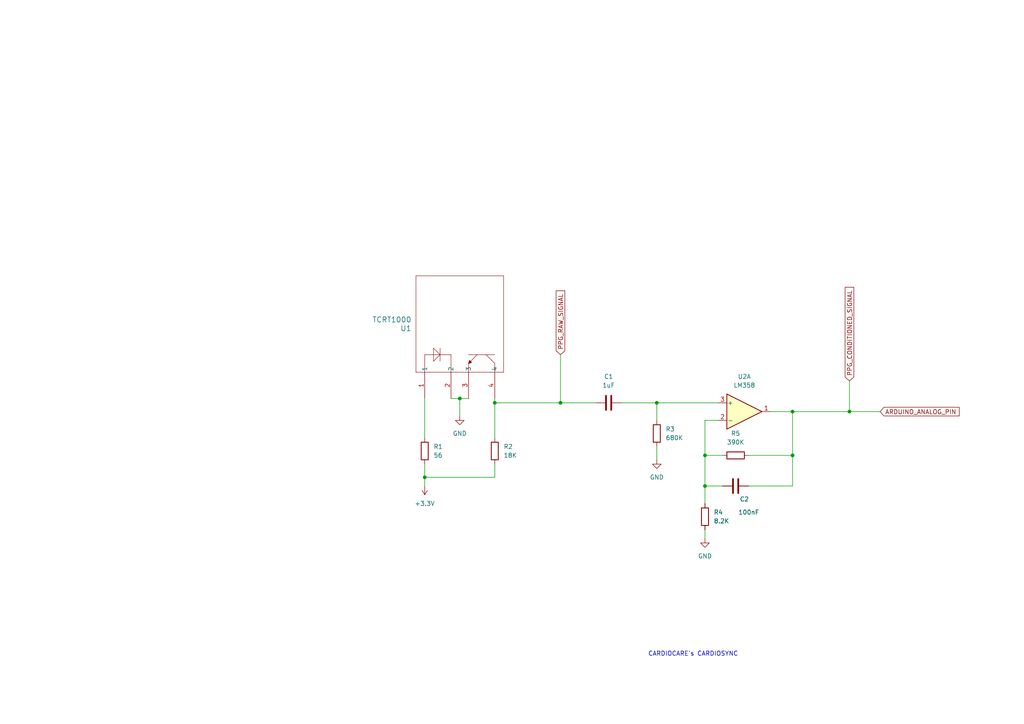
<source format=kicad_sch>
(kicad_sch (version 20230121) (generator eeschema)
  (paper "A4")
  (lib_symbols
    (symbol "2024-04-30_07-05-09:TCRT1000" (pin_names (offset 0.254))
      (property "Reference" "U" (at 22.86 12.7 0))
      (property "Value" "TCRT1000" (at 22.86 15.24 0))
      (symbol "TCRT1000_0_1"
        (polyline (pts (xy 7.62 -22.86) (xy 35.56 -22.86)) (stroke (width 0.127)))
        (polyline (pts (xy 7.62 -12.7) (xy 10.1086 -12.7008)) (stroke (width 0.127)))
        (polyline (pts (xy 7.62 2.54) (xy 7.62 -22.86)) (stroke (width 0.127)))
        (polyline (pts (xy 10.16 -20.32) (xy 7.62 -20.32)) (stroke (width 0.127)))
        (polyline (pts (xy 10.16 -20.32) (xy 12.7 -17.78)) (stroke (width 0.127)))
        (polyline (pts (xy 10.795 -4.445) (xy 14.605 -4.445)) (stroke (width 0.127)))
        (polyline (pts (xy 10.795 -2.54) (xy 12.7 -4.445)) (stroke (width 0.127)))
        (polyline (pts (xy 10.795 -2.54) (xy 14.605 -2.54)) (stroke (width 0.127)))
        (polyline (pts (xy 12.7 -15.24) (xy 10.16 -12.7)) (stroke (width 0.127)))
        (polyline (pts (xy 12.7 -12.7) (xy 12.7 -20.32)) (stroke (width 0.127)))
        (polyline (pts (xy 12.7 -7.62) (xy 7.62 -7.62)) (stroke (width 0.127)))
        (polyline (pts (xy 12.7 -4.445) (xy 14.605 -2.54)) (stroke (width 0.127)))
        (polyline (pts (xy 12.7 0) (xy 7.62 0)) (stroke (width 0.127)))
        (polyline (pts (xy 12.7 0) (xy 12.7 -7.62)) (stroke (width 0.127)))
        (polyline (pts (xy 35.56 -22.86) (xy 35.56 2.54)) (stroke (width 0.127)))
        (polyline (pts (xy 35.56 2.54) (xy 7.62 2.54)) (stroke (width 0.127)))
        (polyline (pts (xy 10.1983 -12.7073) (xy 11.065 -12.9831) (xy 10.426 -13.5947) (xy 10.1086 -12.7008)) (fill (type outline)))
        (pin unspecified line (at 0 0 0) (length 7.62) (name "1") (number "1"))
        (pin unspecified line (at 0 -7.62 0) (length 7.62) (name "2") (number "2"))
        (pin unspecified line (at 0 -12.7 0) (length 7.62) (name "3") (number "3"))
        (pin unspecified line (at 0 -20.32 0) (length 7.62) (name "4") (number "4"))
      )
    )
    (symbol "Amplifier_Operational:LM358" (pin_names (offset 0.127))
      (property "Reference" "U" (at 0 5.08 0))
      (property "Value" "LM358" (at 0 -5.08 0))
      (symbol "LM358_1_1"
        (polyline (pts (xy -5.08 5.08) (xy 5.08 0) (xy -5.08 -5.08) (xy -5.08 5.08)) (stroke (width 0.254)) (fill (type background)))
        (pin output line (at 7.62 0 180) (length 2.54) (name "~") (number "1"))
        (pin input line (at -7.62 -2.54 0) (length 2.54) (name "-") (number "2"))
        (pin input line (at -7.62 2.54 0) (length 2.54) (name "+") (number "3"))
      )
      (symbol "LM358_2_1"
        (polyline (pts (xy -5.08 5.08) (xy 5.08 0) (xy -5.08 -5.08) (xy -5.08 5.08)) (stroke (width 0.254)) (fill (type background)))
        (pin input line (at -7.62 2.54 0) (length 2.54) (name "+") (number "5"))
        (pin input line (at -7.62 -2.54 0) (length 2.54) (name "-") (number "6"))
        (pin output line (at 7.62 0 180) (length 2.54) (name "~") (number "7"))
      )
      (symbol "LM358_3_1"
        (pin power_in line (at -2.54 -7.62 90) (length 3.81) (name "V-") (number "4"))
        (pin power_in line (at -2.54 7.62 270) (length 3.81) (name "V+") (number "8"))
      )
    )
    (symbol "Device:C" (pin_numbers hide) (pin_names (offset 0.254))
      (property "Reference" "C" (at 0.635 2.54 0))
      (property "Value" "C" (at 0.635 -2.54 0))
      (symbol "C_0_1"
        (polyline (pts (xy -2.032 -0.762) (xy 2.032 -0.762)) (stroke (width 0.508)))
        (polyline (pts (xy -2.032 0.762) (xy 2.032 0.762)) (stroke (width 0.508)))
      )
      (symbol "C_1_1"
        (pin passive line (at 0 3.81 270) (length 2.794) (name "~") (number "1"))
        (pin passive line (at 0 -3.81 90) (length 2.794) (name "~") (number "2"))
      )
    )
    (symbol "Device:R" (pin_numbers hide) (pin_names (offset 0))
      (property "Reference" "R" (at 2.032 0 90))
      (property "Value" "R" (at 0 0 90))
      (symbol "R_0_1"
        (rectangle (start -1.016 -2.54) (end 1.016 2.54) (stroke (width 0.254)))
      )
      (symbol "R_1_1"
        (pin passive line (at 0 3.81 270) (length 1.27) (name "~") (number "1"))
        (pin passive line (at 0 -3.81 90) (length 1.27) (name "~") (number "2"))
      )
    )
    (symbol "power:+3.3V" (power) (pin_names (offset 0))
      (property "Value" "+3.3V" (at 0 3.556 0))
      (symbol "+3.3V_0_1"
        (polyline (pts (xy -0.762 1.27) (xy 0 2.54)))
        (polyline (pts (xy 0 0) (xy 0 2.54)))
        (polyline (pts (xy 0 2.54) (xy 0.762 1.27)))
      )
      (symbol "+3.3V_1_1"
        (pin power_in line (at 0 0 90) (length 0) hide (name "+3.3V") (number "1"))
      )
    )
    (symbol "power:GND" (power) (pin_names (offset 0))
      (property "Value" "GND" (at 0 -3.81 0))
      (symbol "GND_0_1"
        (polyline (pts (xy 0 0) (xy 0 -1.27) (xy 1.27 -1.27) (xy 0 -2.54) (xy -1.27 -1.27) (xy 0 -1.27)))
      )
      (symbol "GND_1_1"
        (pin power_in line (at 0 0 270) (length 0) hide (name "GND") (number "1"))
      )
    )
  )
  (junction (at 123.19 138.43))
  (junction (at 204.47 132.08))
  (junction (at 229.87 119.38))
  (junction (at 229.87 132.08))
  (junction (at 133.35 115.57))
  (junction (at 246.38 119.38))
  (junction (at 162.56 116.84))
  (junction (at 204.47 140.97))
  (junction (at 190.5 116.84))
  (junction (at 143.51 116.84))
  (wire (pts (xy 162.56 116.84) (xy 172.72 116.84)))
  (wire (pts (xy 204.47 153.67) (xy 204.47 156.21)))
  (wire (pts (xy 143.51 134.62) (xy 143.51 138.43)))
  (wire (pts (xy 135.89 115.57) (xy 133.35 115.57)))
  (wire (pts (xy 204.47 140.97) (xy 209.55 140.97)))
  (wire (pts (xy 217.17 132.08) (xy 229.87 132.08)))
  (wire (pts (xy 190.5 129.54) (xy 190.5 133.35)))
  (wire (pts (xy 143.51 116.84) (xy 143.51 115.57)))
  (wire (pts (xy 246.38 110.49) (xy 246.38 119.38)))
  (wire (pts (xy 190.5 116.84) (xy 208.28 116.84)))
  (wire (pts (xy 190.5 116.84) (xy 190.5 121.92)))
  (wire (pts (xy 246.38 119.38) (xy 255.27 119.38)))
  (wire (pts (xy 229.87 119.38) (xy 229.87 132.08)))
  (wire (pts (xy 223.52 119.38) (xy 229.87 119.38)))
  (wire (pts (xy 217.17 140.97) (xy 229.87 140.97)))
  (wire (pts (xy 123.19 127) (xy 123.19 115.57)))
  (wire (pts (xy 123.19 140.97) (xy 123.19 138.43)))
  (wire (pts (xy 229.87 119.38) (xy 246.38 119.38)))
  (wire (pts (xy 133.35 115.57) (xy 133.35 120.65)))
  (wire (pts (xy 123.19 138.43) (xy 123.19 134.62)))
  (wire (pts (xy 204.47 121.92) (xy 204.47 132.08)))
  (wire (pts (xy 162.56 102.87) (xy 162.56 116.84)))
  (wire (pts (xy 204.47 132.08) (xy 209.55 132.08)))
  (wire (pts (xy 143.51 116.84) (xy 162.56 116.84)))
  (wire (pts (xy 208.28 121.92) (xy 204.47 121.92)))
  (wire (pts (xy 204.47 140.97) (xy 204.47 146.05)))
  (wire (pts (xy 143.51 138.43) (xy 123.19 138.43)))
  (wire (pts (xy 229.87 132.08) (xy 229.87 140.97)))
  (wire (pts (xy 204.47 132.08) (xy 204.47 140.97)))
  (wire (pts (xy 180.34 116.84) (xy 190.5 116.84)))
  (wire (pts (xy 143.51 127) (xy 143.51 116.84)))
  (wire (pts (xy 133.35 115.57) (xy 130.81 115.57)))
  (text "CARDIOCARE's CARDIOSYNC" (at 187.96 190.5 0) (effects (font (size 1.27 1.27)) (justify left bottom)))
  (global_label "PPG_CONDITIONED_SIGNAL" (shape input) (at 246.38 110.49 90) (property "Intersheetrefs" "${INTERSHEET_REFS}" (effects hide)))
  (global_label "ARDUINO_ANALOG_PIN" (shape input) (at 255.27 119.38 0) (property "Intersheetrefs" "${INTERSHEET_REFS}" (effects hide)))
  (global_label "PPG_RAW_SIGNAL" (shape input) (at 162.56 102.87 90) (property "Intersheetrefs" "${INTERSHEET_REFS}" (effects hide)))
  (symbol (lib_id "Amplifier_Operational:LM358") (at 215.9 119.38 0) (unit 1)
    (property "Reference" "U2" (at 215.9 109.22 0))
    (property "Value" "LM358" (at 215.9 111.76 0))
    (property "Datasheet" "http://www.ti.com/lit/ds/symlink/lm2904-n.pdf" (effects hide))
  )
  (symbol (lib_id "power:+3.3V") (at 123.19 140.97 180) (unit 1)
    (property "Reference" "#PWR01" (effects hide))
    (property "Value" "+3.3V" (at 123.19 146.05 0))
  )
  (symbol (lib_id "Device:C") (at 176.53 116.84 90) (unit 1)
    (property "Reference" "C1" (at 176.53 109.22 90))
    (property "Value" "1uF" (at 176.53 111.76 90))
  )
  (symbol (lib_id "Device:R") (at 213.36 132.08 270) (unit 1)
    (property "Reference" "R5" (at 213.36 125.73 90))
    (property "Value" "390K" (at 213.36 128.27 90))
  )
  (symbol (lib_id "Device:R") (at 190.5 125.73 180) (unit 1)
    (property "Reference" "R3" (at 193.04 124.46 0) (effects (justify right)))
    (property "Value" "680K" (at 193.04 127 0) (effects (justify right)))
  )
  (symbol (lib_id "Device:R") (at 123.19 130.81 180) (unit 1)
    (property "Reference" "R1" (at 125.73 129.54 0) (effects (justify right)))
    (property "Value" "56" (at 125.73 132.08 0) (effects (justify right)))
  )
  (symbol (lib_id "Device:C") (at 213.36 140.97 90) (unit 1)
    (property "Reference" "C2" (at 215.9 144.78 90))
    (property "Value" "100nF" (at 217.17 148.59 90))
  )
  (symbol (lib_id "power:GND") (at 133.35 120.65 0) (unit 1)
    (property "Reference" "#PWR02" (effects hide))
    (property "Value" "GND" (at 133.35 125.73 0))
  )
  (symbol (lib_id "Device:R") (at 143.51 130.81 180) (unit 1)
    (property "Reference" "R2" (at 146.05 129.54 0) (effects (justify right)))
    (property "Value" "18K" (at 146.05 132.08 0) (effects (justify right)))
  )
  (symbol (lib_id "power:GND") (at 204.47 156.21 0) (unit 1)
    (property "Reference" "#PWR04" (effects hide))
    (property "Value" "GND" (at 204.47 161.29 0))
  )
  (symbol (lib_id "Device:R") (at 204.47 149.86 180) (unit 1)
    (property "Reference" "R4" (at 207.01 148.59 0) (effects (justify right)))
    (property "Value" "8.2K" (at 207.01 151.13 0) (effects (justify right)))
  )
  (symbol (lib_id "power:GND") (at 190.5 133.35 0) (unit 1)
    (property "Reference" "#PWR03" (effects hide))
    (property "Value" "GND" (at 190.5 138.43 0))
  )
  (symbol (lib_id "2024-04-30_07-05-09:TCRT1000") (at 123.19 115.57 90) (unit 1)
    (property "Reference" "U1" (at 119.38 95.25 90) (effects (font (size 1.524 1.524)) (justify left)))
    (property "Value" "TCRT1000" (at 119.38 92.71 90) (effects (font (size 1.524 1.524)) (justify left)))
    (property "Footprint" "TCRT1010_VIS" (effects hide))
    (property "Datasheet" "TCRT1000" (effects hide))
  )
)
</source>
